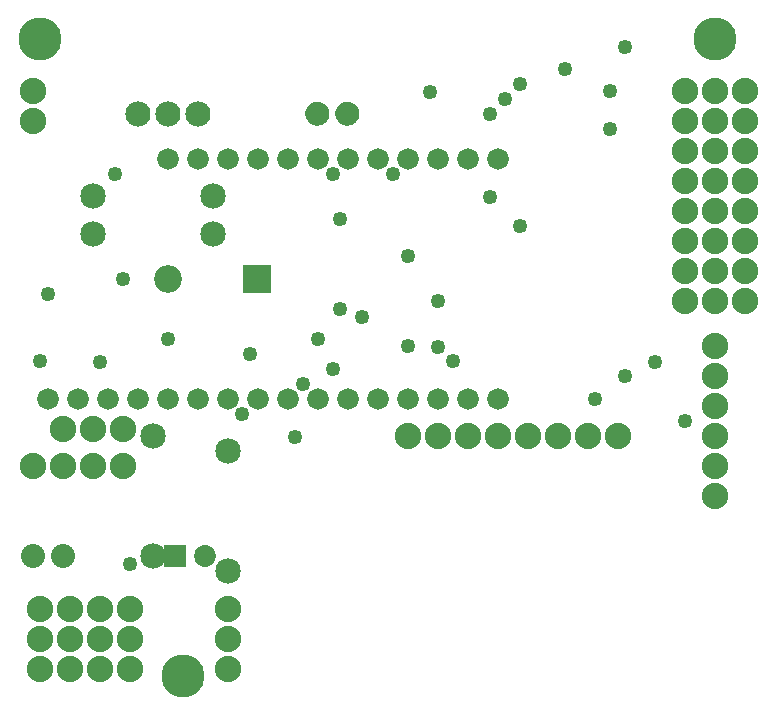
<source format=gbs>
G04 MADE WITH FRITZING*
G04 WWW.FRITZING.ORG*
G04 DOUBLE SIDED*
G04 HOLES PLATED*
G04 CONTOUR ON CENTER OF CONTOUR VECTOR*
%ASAXBY*%
%FSLAX23Y23*%
%MOIN*%
%OFA0B0*%
%SFA1.0B1.0*%
%ADD10C,0.049370*%
%ADD11C,0.088000*%
%ADD12C,0.072000*%
%ADD13C,0.085000*%
%ADD14C,0.143858*%
%ADD15C,0.080000*%
%ADD16C,0.072992*%
%ADD17C,0.084000*%
%ADD18C,0.092000*%
%ADD19R,0.072992X0.072992*%
%ADD20R,0.092000X0.092000*%
%ADD21R,0.001000X0.001000*%
%LNMASK0*%
G90*
G70*
G54D10*
X531Y1225D03*
X1106Y1325D03*
X1331Y1200D03*
X1031Y1225D03*
X2006Y1925D03*
X1405Y2049D03*
X1656Y2025D03*
X1706Y2075D03*
X780Y975D03*
G54D11*
X381Y925D03*
X281Y925D03*
X181Y925D03*
X81Y1950D03*
X81Y2050D03*
G54D10*
X306Y1149D03*
X1331Y1500D03*
X1281Y1775D03*
X806Y1175D03*
X106Y1150D03*
X381Y1425D03*
G54D12*
X1631Y1025D03*
X1531Y1025D03*
X1431Y1025D03*
X1331Y1025D03*
X1231Y1025D03*
X1131Y1025D03*
X1031Y1025D03*
X931Y1025D03*
X831Y1025D03*
X731Y1025D03*
X631Y1025D03*
X531Y1025D03*
X431Y1025D03*
X331Y1025D03*
X231Y1025D03*
X131Y1025D03*
X531Y1825D03*
X631Y1825D03*
X731Y1825D03*
X831Y1825D03*
X931Y1825D03*
X1031Y1825D03*
X1131Y1825D03*
X1231Y1825D03*
X1331Y1825D03*
X1431Y1825D03*
X1531Y1825D03*
X1631Y1825D03*
G54D10*
X1481Y1150D03*
X2055Y2199D03*
X2006Y2050D03*
X1180Y1299D03*
X982Y1073D03*
X956Y899D03*
X406Y474D03*
G54D11*
X2356Y1350D03*
X2356Y1450D03*
X2356Y1550D03*
X2356Y1650D03*
X2356Y1750D03*
X2356Y1850D03*
X2356Y1950D03*
X2356Y2050D03*
X2456Y1350D03*
X2456Y1450D03*
X2456Y1550D03*
X2456Y1650D03*
X2456Y1750D03*
X2456Y1850D03*
X2456Y1950D03*
X2456Y2050D03*
G54D10*
X1856Y2125D03*
X1606Y1975D03*
X1431Y1350D03*
X1431Y1199D03*
X1081Y1125D03*
G54D11*
X2256Y1350D03*
X2256Y1450D03*
X2256Y1550D03*
X2256Y1650D03*
X2256Y1750D03*
X2256Y1850D03*
X2256Y1950D03*
X2256Y2050D03*
G54D13*
X481Y900D03*
X481Y500D03*
G54D14*
X2356Y2225D03*
G54D11*
X2031Y900D03*
X1931Y900D03*
X1831Y900D03*
X1731Y900D03*
X1631Y900D03*
X1531Y900D03*
X1431Y900D03*
X1331Y900D03*
G54D10*
X1081Y1775D03*
G54D15*
X181Y500D03*
X81Y500D03*
G54D16*
X557Y500D03*
X656Y500D03*
G54D14*
X106Y2225D03*
G54D10*
X2056Y1100D03*
X1106Y1625D03*
G54D11*
X106Y225D03*
X206Y225D03*
X306Y225D03*
X406Y225D03*
G54D13*
X731Y450D03*
X731Y850D03*
G54D17*
X431Y1975D03*
X531Y1975D03*
X631Y1975D03*
G54D10*
X2256Y950D03*
G54D11*
X106Y125D03*
X206Y125D03*
X306Y125D03*
X406Y125D03*
G54D13*
X281Y1575D03*
X681Y1575D03*
G54D11*
X731Y125D03*
X731Y225D03*
X731Y325D03*
G54D10*
X2155Y1149D03*
G54D11*
X106Y325D03*
X206Y325D03*
X306Y325D03*
X406Y325D03*
G54D14*
X581Y100D03*
G54D10*
X1956Y1025D03*
G54D13*
X281Y1700D03*
X681Y1700D03*
G54D11*
X81Y800D03*
X181Y800D03*
X281Y800D03*
X381Y800D03*
G54D10*
X1706Y1600D03*
G54D11*
X2356Y700D03*
X2356Y800D03*
X2356Y900D03*
X2356Y1000D03*
X2356Y1100D03*
X2356Y1200D03*
G54D10*
X1606Y1699D03*
G54D18*
X829Y1425D03*
X531Y1425D03*
G54D10*
X131Y1375D03*
X356Y1775D03*
G54D19*
X557Y500D03*
G54D20*
X830Y1425D03*
G54D21*
X1026Y2015D02*
X1034Y2015D01*
X1126Y2015D02*
X1134Y2015D01*
X1021Y2014D02*
X1039Y2014D01*
X1121Y2014D02*
X1139Y2014D01*
X1017Y2013D02*
X1043Y2013D01*
X1117Y2013D02*
X1143Y2013D01*
X1015Y2012D02*
X1046Y2012D01*
X1115Y2012D02*
X1145Y2012D01*
X1013Y2011D02*
X1048Y2011D01*
X1113Y2011D02*
X1148Y2011D01*
X1011Y2010D02*
X1049Y2010D01*
X1111Y2010D02*
X1149Y2010D01*
X1009Y2009D02*
X1051Y2009D01*
X1109Y2009D02*
X1151Y2009D01*
X1008Y2008D02*
X1053Y2008D01*
X1108Y2008D02*
X1152Y2008D01*
X1006Y2007D02*
X1054Y2007D01*
X1106Y2007D02*
X1154Y2007D01*
X1005Y2006D02*
X1055Y2006D01*
X1105Y2006D02*
X1155Y2006D01*
X1004Y2005D02*
X1056Y2005D01*
X1104Y2005D02*
X1156Y2005D01*
X1003Y2004D02*
X1057Y2004D01*
X1103Y2004D02*
X1157Y2004D01*
X1002Y2003D02*
X1058Y2003D01*
X1102Y2003D02*
X1158Y2003D01*
X1001Y2002D02*
X1059Y2002D01*
X1101Y2002D02*
X1159Y2002D01*
X1000Y2001D02*
X1060Y2001D01*
X1100Y2001D02*
X1160Y2001D01*
X999Y2000D02*
X1061Y2000D01*
X1099Y2000D02*
X1161Y2000D01*
X999Y1999D02*
X1062Y1999D01*
X1099Y1999D02*
X1162Y1999D01*
X998Y1998D02*
X1062Y1998D01*
X1098Y1998D02*
X1162Y1998D01*
X997Y1997D02*
X1063Y1997D01*
X1097Y1997D02*
X1163Y1997D01*
X997Y1996D02*
X1064Y1996D01*
X1096Y1996D02*
X1164Y1996D01*
X996Y1995D02*
X1064Y1995D01*
X1096Y1995D02*
X1164Y1995D01*
X995Y1994D02*
X1065Y1994D01*
X1095Y1994D02*
X1165Y1994D01*
X995Y1993D02*
X1065Y1993D01*
X1095Y1993D02*
X1165Y1993D01*
X994Y1992D02*
X1066Y1992D01*
X1094Y1992D02*
X1166Y1992D01*
X994Y1991D02*
X1066Y1991D01*
X1094Y1991D02*
X1166Y1991D01*
X993Y1990D02*
X1067Y1990D01*
X1093Y1990D02*
X1167Y1990D01*
X993Y1989D02*
X1067Y1989D01*
X1093Y1989D02*
X1167Y1989D01*
X993Y1988D02*
X1068Y1988D01*
X1093Y1988D02*
X1167Y1988D01*
X992Y1987D02*
X1068Y1987D01*
X1092Y1987D02*
X1168Y1987D01*
X992Y1986D02*
X1068Y1986D01*
X1092Y1986D02*
X1168Y1986D01*
X992Y1985D02*
X1068Y1985D01*
X1092Y1985D02*
X1168Y1985D01*
X992Y1984D02*
X1069Y1984D01*
X1092Y1984D02*
X1169Y1984D01*
X991Y1983D02*
X1069Y1983D01*
X1091Y1983D02*
X1169Y1983D01*
X991Y1982D02*
X1069Y1982D01*
X1091Y1982D02*
X1169Y1982D01*
X991Y1981D02*
X1069Y1981D01*
X1091Y1981D02*
X1169Y1981D01*
X991Y1980D02*
X1069Y1980D01*
X1091Y1980D02*
X1169Y1980D01*
X991Y1979D02*
X1069Y1979D01*
X1091Y1979D02*
X1169Y1979D01*
X991Y1978D02*
X1069Y1978D01*
X1091Y1978D02*
X1169Y1978D01*
X991Y1977D02*
X1070Y1977D01*
X1091Y1977D02*
X1169Y1977D01*
X991Y1976D02*
X1070Y1976D01*
X1091Y1976D02*
X1170Y1976D01*
X991Y1975D02*
X1070Y1975D01*
X1091Y1975D02*
X1170Y1975D01*
X991Y1974D02*
X1070Y1974D01*
X1091Y1974D02*
X1170Y1974D01*
X991Y1973D02*
X1069Y1973D01*
X1091Y1973D02*
X1169Y1973D01*
X991Y1972D02*
X1069Y1972D01*
X1091Y1972D02*
X1169Y1972D01*
X991Y1971D02*
X1069Y1971D01*
X1091Y1971D02*
X1169Y1971D01*
X991Y1970D02*
X1069Y1970D01*
X1091Y1970D02*
X1169Y1970D01*
X991Y1969D02*
X1069Y1969D01*
X1091Y1969D02*
X1169Y1969D01*
X991Y1968D02*
X1069Y1968D01*
X1091Y1968D02*
X1169Y1968D01*
X992Y1967D02*
X1069Y1967D01*
X1092Y1967D02*
X1169Y1967D01*
X992Y1966D02*
X1068Y1966D01*
X1092Y1966D02*
X1168Y1966D01*
X992Y1965D02*
X1068Y1965D01*
X1092Y1965D02*
X1168Y1965D01*
X992Y1964D02*
X1068Y1964D01*
X1092Y1964D02*
X1168Y1964D01*
X993Y1963D02*
X1068Y1963D01*
X1093Y1963D02*
X1168Y1963D01*
X993Y1962D02*
X1067Y1962D01*
X1093Y1962D02*
X1167Y1962D01*
X993Y1961D02*
X1067Y1961D01*
X1093Y1961D02*
X1167Y1961D01*
X994Y1960D02*
X1067Y1960D01*
X1094Y1960D02*
X1167Y1960D01*
X994Y1959D02*
X1066Y1959D01*
X1094Y1959D02*
X1166Y1959D01*
X995Y1958D02*
X1066Y1958D01*
X1095Y1958D02*
X1166Y1958D01*
X995Y1957D02*
X1065Y1957D01*
X1095Y1957D02*
X1165Y1957D01*
X996Y1956D02*
X1065Y1956D01*
X1096Y1956D02*
X1165Y1956D01*
X996Y1955D02*
X1064Y1955D01*
X1096Y1955D02*
X1164Y1955D01*
X997Y1954D02*
X1063Y1954D01*
X1097Y1954D02*
X1163Y1954D01*
X998Y1953D02*
X1063Y1953D01*
X1098Y1953D02*
X1163Y1953D01*
X998Y1952D02*
X1062Y1952D01*
X1098Y1952D02*
X1162Y1952D01*
X999Y1951D02*
X1061Y1951D01*
X1099Y1951D02*
X1161Y1951D01*
X1000Y1950D02*
X1061Y1950D01*
X1100Y1950D02*
X1160Y1950D01*
X1001Y1949D02*
X1060Y1949D01*
X1101Y1949D02*
X1160Y1949D01*
X1001Y1948D02*
X1059Y1948D01*
X1101Y1948D02*
X1159Y1948D01*
X1002Y1947D02*
X1058Y1947D01*
X1102Y1947D02*
X1158Y1947D01*
X1004Y1946D02*
X1057Y1946D01*
X1103Y1946D02*
X1157Y1946D01*
X1005Y1945D02*
X1056Y1945D01*
X1105Y1945D02*
X1156Y1945D01*
X1006Y1944D02*
X1054Y1944D01*
X1106Y1944D02*
X1154Y1944D01*
X1007Y1943D02*
X1053Y1943D01*
X1107Y1943D02*
X1153Y1943D01*
X1009Y1942D02*
X1052Y1942D01*
X1109Y1942D02*
X1152Y1942D01*
X1010Y1941D02*
X1050Y1941D01*
X1110Y1941D02*
X1150Y1941D01*
X1012Y1940D02*
X1048Y1940D01*
X1112Y1940D02*
X1148Y1940D01*
X1014Y1939D02*
X1046Y1939D01*
X1114Y1939D02*
X1146Y1939D01*
X1016Y1938D02*
X1044Y1938D01*
X1116Y1938D02*
X1144Y1938D01*
X1019Y1937D02*
X1041Y1937D01*
X1119Y1937D02*
X1141Y1937D01*
X1024Y1936D02*
X1036Y1936D01*
X1124Y1936D02*
X1136Y1936D01*
D02*
G04 End of Mask0*
M02*
</source>
